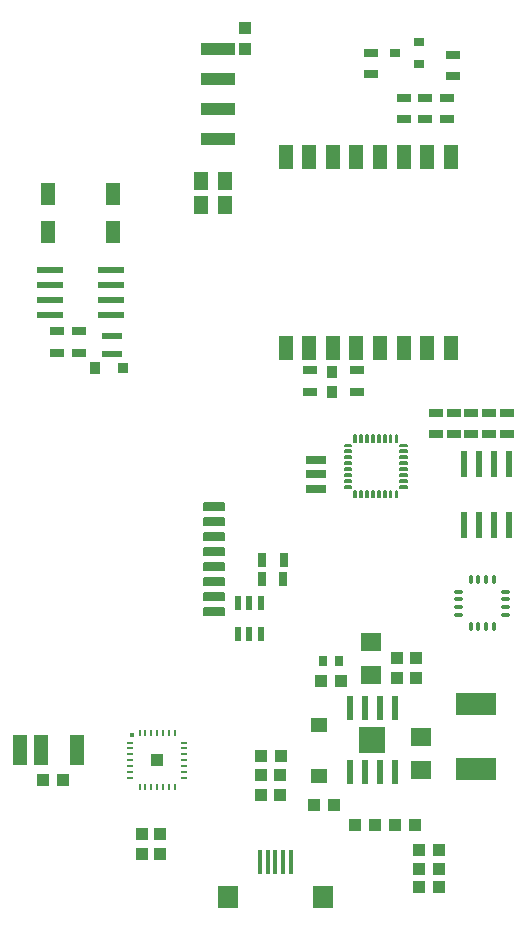
<source format=gtp>
G75*
G70*
%OFA0B0*%
%FSLAX24Y24*%
%IPPOS*%
%LPD*%
%AMOC8*
5,1,8,0,0,1.08239X$1,22.5*
%
%ADD10R,0.0472X0.0787*%
%ADD11C,0.0055*%
%ADD12R,0.0709X0.0197*%
%ADD13R,0.0315X0.0472*%
%ADD14R,0.0157X0.0787*%
%ADD15R,0.0709X0.0748*%
%ADD16R,0.0394X0.0433*%
%ADD17R,0.0220X0.0102*%
%ADD18R,0.0394X0.0394*%
%ADD19R,0.0118X0.0118*%
%ADD20R,0.0102X0.0220*%
%ADD21R,0.1181X0.0394*%
%ADD22R,0.0512X0.0630*%
%ADD23R,0.0472X0.0315*%
%ADD24R,0.0425X0.0413*%
%ADD25R,0.0500X0.1000*%
%ADD26R,0.0240X0.0870*%
%ADD27R,0.0240X0.0810*%
%ADD28R,0.0900X0.0900*%
%ADD29R,0.0579X0.0500*%
%ADD30R,0.1350X0.0720*%
%ADD31R,0.0433X0.0394*%
%ADD32R,0.0709X0.0630*%
%ADD33R,0.0354X0.0315*%
%ADD34R,0.0276X0.0354*%
%ADD35C,0.0138*%
%ADD36R,0.0870X0.0240*%
%ADD37R,0.0512X0.0748*%
%ADD38R,0.0669X0.0276*%
%ADD39C,0.0059*%
%ADD40R,0.0380X0.0400*%
%ADD41R,0.0217X0.0472*%
%ADD42R,0.0354X0.0433*%
%ADD43R,0.0354X0.0354*%
D10*
X022967Y026130D03*
X023755Y026130D03*
X024542Y026130D03*
X025329Y026130D03*
X026117Y026130D03*
X026904Y026130D03*
X027692Y026130D03*
X028479Y026130D03*
X028479Y032508D03*
X027692Y032508D03*
X026904Y032508D03*
X026117Y032508D03*
X025329Y032508D03*
X024542Y032508D03*
X023755Y032508D03*
X022967Y032508D03*
D11*
X020916Y020948D02*
X020916Y020726D01*
X020262Y020726D01*
X020262Y020948D01*
X020916Y020948D01*
X020916Y020780D02*
X020262Y020780D01*
X020262Y020834D02*
X020916Y020834D01*
X020916Y020888D02*
X020262Y020888D01*
X020262Y020942D02*
X020916Y020942D01*
X020916Y020448D02*
X020916Y020226D01*
X020262Y020226D01*
X020262Y020448D01*
X020916Y020448D01*
X020916Y020280D02*
X020262Y020280D01*
X020262Y020334D02*
X020916Y020334D01*
X020916Y020388D02*
X020262Y020388D01*
X020262Y020442D02*
X020916Y020442D01*
X020916Y019948D02*
X020916Y019726D01*
X020262Y019726D01*
X020262Y019948D01*
X020916Y019948D01*
X020916Y019780D02*
X020262Y019780D01*
X020262Y019834D02*
X020916Y019834D01*
X020916Y019888D02*
X020262Y019888D01*
X020262Y019942D02*
X020916Y019942D01*
X020916Y019448D02*
X020916Y019226D01*
X020262Y019226D01*
X020262Y019448D01*
X020916Y019448D01*
X020916Y019280D02*
X020262Y019280D01*
X020262Y019334D02*
X020916Y019334D01*
X020916Y019388D02*
X020262Y019388D01*
X020262Y019442D02*
X020916Y019442D01*
X020916Y018948D02*
X020916Y018726D01*
X020262Y018726D01*
X020262Y018948D01*
X020916Y018948D01*
X020916Y018780D02*
X020262Y018780D01*
X020262Y018834D02*
X020916Y018834D01*
X020916Y018888D02*
X020262Y018888D01*
X020262Y018942D02*
X020916Y018942D01*
X020916Y018448D02*
X020916Y018226D01*
X020262Y018226D01*
X020262Y018448D01*
X020916Y018448D01*
X020916Y018280D02*
X020262Y018280D01*
X020262Y018334D02*
X020916Y018334D01*
X020916Y018388D02*
X020262Y018388D01*
X020262Y018442D02*
X020916Y018442D01*
X020916Y017948D02*
X020916Y017726D01*
X020262Y017726D01*
X020262Y017948D01*
X020916Y017948D01*
X020916Y017780D02*
X020262Y017780D01*
X020262Y017834D02*
X020916Y017834D01*
X020916Y017888D02*
X020262Y017888D01*
X020262Y017942D02*
X020916Y017942D01*
X020916Y017448D02*
X020916Y017226D01*
X020262Y017226D01*
X020262Y017448D01*
X020916Y017448D01*
X020916Y017280D02*
X020262Y017280D01*
X020262Y017334D02*
X020916Y017334D01*
X020916Y017388D02*
X020262Y017388D01*
X020262Y017442D02*
X020916Y017442D01*
D12*
X017188Y025937D03*
X017192Y026528D03*
D13*
X022194Y019071D03*
X022179Y018439D03*
X022888Y018439D03*
X022903Y019071D03*
D14*
X022881Y009004D03*
X023136Y009004D03*
X022625Y009004D03*
X022369Y009004D03*
X022113Y009004D03*
D15*
X021050Y007843D03*
X024199Y007843D03*
D16*
X025282Y010224D03*
X024573Y010894D03*
X023904Y010894D03*
X022782Y011228D03*
X022152Y011228D03*
X022152Y011898D03*
X022782Y011898D03*
X022802Y012547D03*
X022133Y012547D03*
X018766Y009929D03*
X018176Y009929D03*
X018176Y009260D03*
X018766Y009260D03*
X015558Y011720D03*
X014888Y011720D03*
X025951Y010224D03*
X026621Y010224D03*
X027290Y010224D03*
X027408Y009398D03*
X027408Y008768D03*
X027408Y008177D03*
X028077Y008177D03*
X028077Y008768D03*
X028077Y009398D03*
X026680Y015126D03*
X026680Y015795D03*
D17*
X019593Y012980D03*
X019593Y012783D03*
X019593Y012587D03*
X019593Y012390D03*
X019593Y012193D03*
X019593Y011996D03*
X019593Y011799D03*
X017782Y011799D03*
X017782Y011996D03*
X017782Y012193D03*
X017782Y012390D03*
X017782Y012587D03*
X017782Y012783D03*
X017782Y012980D03*
D18*
X018688Y012390D03*
D19*
X017861Y013217D03*
D20*
X018097Y013295D03*
X018294Y013295D03*
X018491Y013295D03*
X018688Y013295D03*
X018885Y013295D03*
X019081Y013295D03*
X019278Y013295D03*
X019278Y011484D03*
X019081Y011484D03*
X018885Y011484D03*
X018688Y011484D03*
X018491Y011484D03*
X018294Y011484D03*
X018097Y011484D03*
D21*
X020696Y033094D03*
X020696Y034094D03*
X020696Y035094D03*
X020696Y036094D03*
D22*
X020932Y031681D03*
X020932Y030894D03*
X020144Y030894D03*
X020144Y031681D03*
D23*
X016089Y026681D03*
X016089Y025972D03*
X015341Y025972D03*
X015341Y026681D03*
X023766Y025382D03*
X023766Y024673D03*
X025341Y024673D03*
X025341Y025382D03*
X027979Y023965D03*
X028570Y023965D03*
X029160Y023965D03*
X029160Y023256D03*
X028570Y023256D03*
X027979Y023256D03*
X029751Y023256D03*
X030341Y023256D03*
X030341Y023965D03*
X029751Y023965D03*
X028333Y033768D03*
X027625Y033768D03*
X027625Y034476D03*
X028333Y034476D03*
X028530Y035185D03*
X028530Y035894D03*
X026916Y034476D03*
X026916Y033768D03*
X025814Y035264D03*
X025814Y035972D03*
D24*
X021601Y036100D03*
X021601Y036789D03*
D25*
X014114Y012733D03*
X014829Y012744D03*
X016010Y012744D03*
D26*
X028922Y020218D03*
X029422Y020218D03*
X029922Y020218D03*
X030422Y020218D03*
X030422Y022278D03*
X029922Y022278D03*
X029422Y022278D03*
X028922Y022278D03*
D27*
X026603Y014119D03*
X026103Y014119D03*
X025603Y014119D03*
X025103Y014119D03*
X025103Y011999D03*
X025603Y011999D03*
X026103Y011999D03*
X026603Y011999D03*
D28*
X025853Y013059D03*
D29*
X024081Y013551D03*
X024081Y011858D03*
D30*
X029318Y012087D03*
X029318Y014267D03*
D31*
X027310Y015126D03*
X027310Y015795D03*
X024810Y015028D03*
X024140Y015028D03*
D32*
X025814Y015224D03*
X025814Y016327D03*
X027467Y013177D03*
X027467Y012075D03*
D33*
X027428Y035598D03*
X027428Y036346D03*
X026601Y035972D03*
D34*
X024731Y015697D03*
X024219Y015697D03*
D35*
X028639Y017242D02*
X028815Y017242D01*
X028815Y017498D02*
X028639Y017498D01*
X028639Y017754D02*
X028815Y017754D01*
X028815Y018010D02*
X028639Y018010D01*
X029131Y018325D02*
X029131Y018501D01*
X029386Y018501D02*
X029386Y018325D01*
X029642Y018325D02*
X029642Y018501D01*
X029898Y018501D02*
X029898Y018325D01*
X030214Y018010D02*
X030390Y018010D01*
X030390Y017754D02*
X030214Y017754D01*
X030214Y017498D02*
X030390Y017498D01*
X030390Y017242D02*
X030214Y017242D01*
X029898Y016927D02*
X029898Y016751D01*
X029642Y016751D02*
X029642Y016927D01*
X029386Y016927D02*
X029386Y016751D01*
X029131Y016751D02*
X029131Y016927D01*
D36*
X017159Y027230D03*
X017159Y027730D03*
X017159Y028230D03*
X017159Y028730D03*
X015099Y028730D03*
X015099Y028230D03*
X015099Y027730D03*
X015099Y027230D03*
D37*
X015046Y029988D03*
X015046Y031248D03*
X017211Y031248D03*
X017211Y029988D03*
D38*
X023963Y022390D03*
X023963Y021917D03*
X023963Y021445D03*
D39*
X024937Y021474D02*
X025155Y021474D01*
X024937Y021474D02*
X024937Y021534D01*
X025155Y021534D01*
X025155Y021474D01*
X025155Y021532D02*
X024937Y021532D01*
X024937Y021671D02*
X025155Y021671D01*
X024937Y021671D02*
X024937Y021731D01*
X025155Y021731D01*
X025155Y021671D01*
X025155Y021729D02*
X024937Y021729D01*
X024937Y021868D02*
X025155Y021868D01*
X024937Y021868D02*
X024937Y021928D01*
X025155Y021928D01*
X025155Y021868D01*
X025155Y021926D02*
X024937Y021926D01*
X024937Y022064D02*
X025155Y022064D01*
X024937Y022064D02*
X024937Y022124D01*
X025155Y022124D01*
X025155Y022064D01*
X025155Y022122D02*
X024937Y022122D01*
X024937Y022261D02*
X025155Y022261D01*
X024937Y022261D02*
X024937Y022321D01*
X025155Y022321D01*
X025155Y022261D01*
X025155Y022319D02*
X024937Y022319D01*
X024937Y022458D02*
X025155Y022458D01*
X024937Y022458D02*
X024937Y022518D01*
X025155Y022518D01*
X025155Y022458D01*
X025155Y022516D02*
X024937Y022516D01*
X024937Y022655D02*
X025155Y022655D01*
X024937Y022655D02*
X024937Y022715D01*
X025155Y022715D01*
X025155Y022655D01*
X025155Y022713D02*
X024937Y022713D01*
X024937Y022852D02*
X025155Y022852D01*
X024937Y022852D02*
X024937Y022912D01*
X025155Y022912D01*
X025155Y022852D01*
X025155Y022910D02*
X024937Y022910D01*
X025252Y023009D02*
X025312Y023009D01*
X025252Y023009D02*
X025252Y023227D01*
X025312Y023227D01*
X025312Y023009D01*
X025312Y023067D02*
X025252Y023067D01*
X025252Y023125D02*
X025312Y023125D01*
X025312Y023183D02*
X025252Y023183D01*
X025449Y023009D02*
X025509Y023009D01*
X025449Y023009D02*
X025449Y023227D01*
X025509Y023227D01*
X025509Y023009D01*
X025509Y023067D02*
X025449Y023067D01*
X025449Y023125D02*
X025509Y023125D01*
X025509Y023183D02*
X025449Y023183D01*
X025646Y023009D02*
X025706Y023009D01*
X025646Y023009D02*
X025646Y023227D01*
X025706Y023227D01*
X025706Y023009D01*
X025706Y023067D02*
X025646Y023067D01*
X025646Y023125D02*
X025706Y023125D01*
X025706Y023183D02*
X025646Y023183D01*
X025843Y023009D02*
X025903Y023009D01*
X025843Y023009D02*
X025843Y023227D01*
X025903Y023227D01*
X025903Y023009D01*
X025903Y023067D02*
X025843Y023067D01*
X025843Y023125D02*
X025903Y023125D01*
X025903Y023183D02*
X025843Y023183D01*
X026040Y023009D02*
X026100Y023009D01*
X026040Y023009D02*
X026040Y023227D01*
X026100Y023227D01*
X026100Y023009D01*
X026100Y023067D02*
X026040Y023067D01*
X026040Y023125D02*
X026100Y023125D01*
X026100Y023183D02*
X026040Y023183D01*
X026236Y023009D02*
X026296Y023009D01*
X026236Y023009D02*
X026236Y023227D01*
X026296Y023227D01*
X026296Y023009D01*
X026296Y023067D02*
X026236Y023067D01*
X026236Y023125D02*
X026296Y023125D01*
X026296Y023183D02*
X026236Y023183D01*
X026433Y023009D02*
X026493Y023009D01*
X026433Y023009D02*
X026433Y023227D01*
X026493Y023227D01*
X026493Y023009D01*
X026493Y023067D02*
X026433Y023067D01*
X026433Y023125D02*
X026493Y023125D01*
X026493Y023183D02*
X026433Y023183D01*
X026630Y023009D02*
X026690Y023009D01*
X026630Y023009D02*
X026630Y023227D01*
X026690Y023227D01*
X026690Y023009D01*
X026690Y023067D02*
X026630Y023067D01*
X026630Y023125D02*
X026690Y023125D01*
X026690Y023183D02*
X026630Y023183D01*
X026787Y022852D02*
X027005Y022852D01*
X026787Y022852D02*
X026787Y022912D01*
X027005Y022912D01*
X027005Y022852D01*
X027005Y022910D02*
X026787Y022910D01*
X026787Y022655D02*
X027005Y022655D01*
X026787Y022655D02*
X026787Y022715D01*
X027005Y022715D01*
X027005Y022655D01*
X027005Y022713D02*
X026787Y022713D01*
X026787Y022458D02*
X027005Y022458D01*
X026787Y022458D02*
X026787Y022518D01*
X027005Y022518D01*
X027005Y022458D01*
X027005Y022516D02*
X026787Y022516D01*
X026787Y022261D02*
X027005Y022261D01*
X026787Y022261D02*
X026787Y022321D01*
X027005Y022321D01*
X027005Y022261D01*
X027005Y022319D02*
X026787Y022319D01*
X026787Y022064D02*
X027005Y022064D01*
X026787Y022064D02*
X026787Y022124D01*
X027005Y022124D01*
X027005Y022064D01*
X027005Y022122D02*
X026787Y022122D01*
X026787Y021868D02*
X027005Y021868D01*
X026787Y021868D02*
X026787Y021928D01*
X027005Y021928D01*
X027005Y021868D01*
X027005Y021926D02*
X026787Y021926D01*
X026787Y021671D02*
X027005Y021671D01*
X026787Y021671D02*
X026787Y021731D01*
X027005Y021731D01*
X027005Y021671D01*
X027005Y021729D02*
X026787Y021729D01*
X026787Y021474D02*
X027005Y021474D01*
X026787Y021474D02*
X026787Y021534D01*
X027005Y021534D01*
X027005Y021474D01*
X027005Y021532D02*
X026787Y021532D01*
X026690Y021159D02*
X026630Y021159D01*
X026630Y021377D01*
X026690Y021377D01*
X026690Y021159D01*
X026690Y021217D02*
X026630Y021217D01*
X026630Y021275D02*
X026690Y021275D01*
X026690Y021333D02*
X026630Y021333D01*
X026493Y021159D02*
X026433Y021159D01*
X026433Y021377D01*
X026493Y021377D01*
X026493Y021159D01*
X026493Y021217D02*
X026433Y021217D01*
X026433Y021275D02*
X026493Y021275D01*
X026493Y021333D02*
X026433Y021333D01*
X026296Y021159D02*
X026236Y021159D01*
X026236Y021377D01*
X026296Y021377D01*
X026296Y021159D01*
X026296Y021217D02*
X026236Y021217D01*
X026236Y021275D02*
X026296Y021275D01*
X026296Y021333D02*
X026236Y021333D01*
X026100Y021159D02*
X026040Y021159D01*
X026040Y021377D01*
X026100Y021377D01*
X026100Y021159D01*
X026100Y021217D02*
X026040Y021217D01*
X026040Y021275D02*
X026100Y021275D01*
X026100Y021333D02*
X026040Y021333D01*
X025903Y021159D02*
X025843Y021159D01*
X025843Y021377D01*
X025903Y021377D01*
X025903Y021159D01*
X025903Y021217D02*
X025843Y021217D01*
X025843Y021275D02*
X025903Y021275D01*
X025903Y021333D02*
X025843Y021333D01*
X025706Y021159D02*
X025646Y021159D01*
X025646Y021377D01*
X025706Y021377D01*
X025706Y021159D01*
X025706Y021217D02*
X025646Y021217D01*
X025646Y021275D02*
X025706Y021275D01*
X025706Y021333D02*
X025646Y021333D01*
X025509Y021159D02*
X025449Y021159D01*
X025449Y021377D01*
X025509Y021377D01*
X025509Y021159D01*
X025509Y021217D02*
X025449Y021217D01*
X025449Y021275D02*
X025509Y021275D01*
X025509Y021333D02*
X025449Y021333D01*
X025312Y021159D02*
X025252Y021159D01*
X025252Y021377D01*
X025312Y021377D01*
X025312Y021159D01*
X025312Y021217D02*
X025252Y021217D01*
X025252Y021275D02*
X025312Y021275D01*
X025312Y021333D02*
X025252Y021333D01*
D40*
X024514Y024654D03*
X024514Y025323D03*
D41*
X022133Y017626D03*
X021759Y017626D03*
X021385Y017626D03*
X021385Y016602D03*
X021759Y016602D03*
X022133Y016602D03*
D42*
X016601Y025461D03*
D43*
X017546Y025461D03*
M02*

</source>
